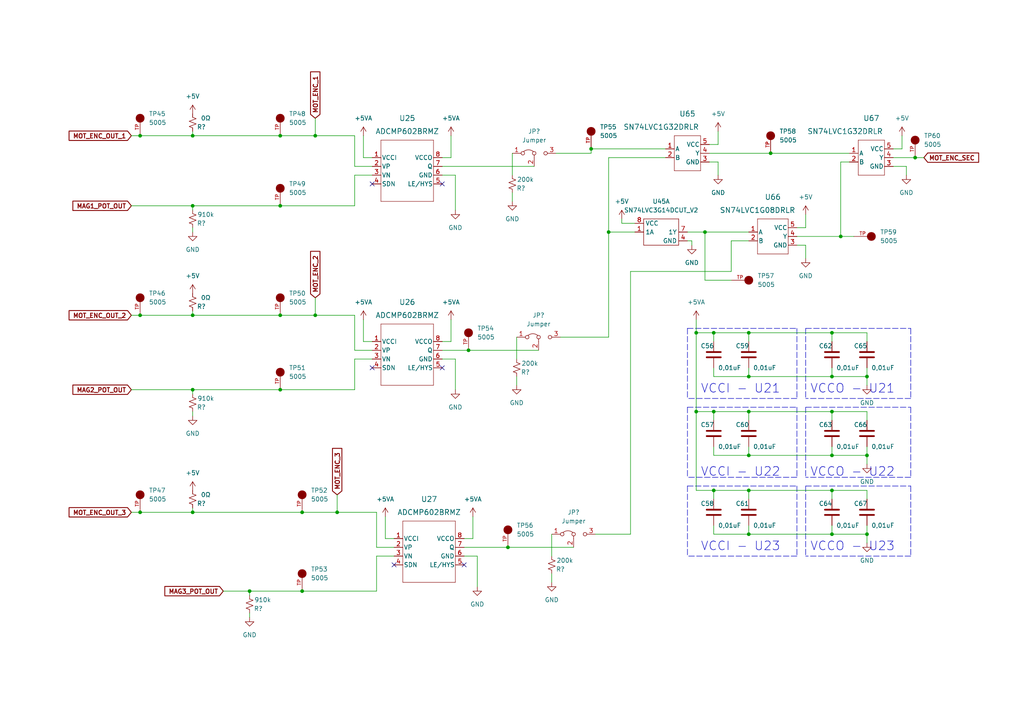
<source format=kicad_sch>
(kicad_sch (version 20211123) (generator eeschema)
  (paper "A4")
  (title_block (title "BUMBLEBEE") (date "2024-01-15") (rev "1.00") (company "ExoFlex") (comment 1 "Bumblebee"))
  (lib_symbols
    (symbol "ADCMP602BRMZ_1" (pin_names (offset 0.254))
      (property "Reference" "U" (at 8.89 6.35 0))
      (property "Value" "ADCMP602BRMZ_1" (at 16.51 -13.97 0))
      (symbol "ADCMP602BRMZ_1_1_1"
        (polyline (pts (xy 7.62 -12.7) (xy 22.86 -12.7)) (stroke (width 0.127)))
        (polyline (pts (xy 7.62 5.08) (xy 7.62 -12.7)) (stroke (width 0.127)))
        (polyline (pts (xy 22.86 -12.7) (xy 22.86 5.08)) (stroke (width 0.127)))
        (polyline (pts (xy 22.86 5.08) (xy 7.62 5.08)) (stroke (width 0.127)))
        (pin bidirectional line (at 5.08 0 0) (length 2.54) (name "VCCI") (number "1"))
        (pin input line (at 5.08 -2.54 0) (length 2.54) (name "VP") (number "2"))
        (pin input line (at 5.08 -5.08 0) (length 2.54) (name "VN") (number "3"))
        (pin unspecified line (at 5.08 -7.62 0) (length 2.54) (name "SDN") (number "4"))
        (pin unspecified line (at 25.4 -7.62 180) (length 2.45) (name "LE/HYS") (number "5"))
        (pin bidirectional line (at 25.4 -5.08 180) (length 2.54) (name "GND") (number "6"))
        (pin output line (at 25.4 -2.54 180) (length 2.54) (name "Q") (number "7"))
        (pin bidirectional line (at 25.4 0 180) (length 2.54) (name "VCCO") (number "8"))
      )
    )
    (symbol "ADCMP602BRMZ_2" (pin_names (offset 0.254))
      (property "Reference" "U" (at 8.89 6.35 0))
      (property "Value" "ADCMP602BRMZ_2" (at 16.51 -13.97 0))
      (symbol "ADCMP602BRMZ_2_1_1"
        (polyline (pts (xy 7.62 -12.7) (xy 22.86 -12.7)) (stroke (width 0.127)))
        (polyline (pts (xy 7.62 5.08) (xy 7.62 -12.7)) (stroke (width 0.127)))
        (polyline (pts (xy 22.86 -12.7) (xy 22.86 5.08)) (stroke (width 0.127)))
        (polyline (pts (xy 22.86 5.08) (xy 7.62 5.08)) (stroke (width 0.127)))
        (pin bidirectional line (at 5.08 0 0) (length 2.54) (name "VCCI") (number "1"))
        (pin input line (at 5.08 -2.54 0) (length 2.54) (name "VP") (number "2"))
        (pin input line (at 5.08 -5.08 0) (length 2.54) (name "VN") (number "3"))
        (pin unspecified line (at 5.08 -7.62 0) (length 2.54) (name "SDN") (number "4"))
        (pin unspecified line (at 25.4 -7.62 180) (length 2.45) (name "LE/HYS") (number "5"))
        (pin bidirectional line (at 25.4 -5.08 180) (length 2.54) (name "GND") (number "6"))
        (pin output line (at 25.4 -2.54 180) (length 2.54) (name "Q") (number "7"))
        (pin bidirectional line (at 25.4 0 180) (length 2.54) (name "VCCO") (number "8"))
      )
    )
    (symbol "Device:C" (pin_numbers hide) (pin_names (offset 0.254))
      (property "Reference" "C" (at 0.635 2.54 0))
      (property "Value" "C" (at 0.635 -2.54 0))
      (symbol "C_0_1"
        (polyline (pts (xy -2.032 -0.762) (xy 2.032 -0.762)) (stroke (width 0.508)))
        (polyline (pts (xy -2.032 0.762) (xy 2.032 0.762)) (stroke (width 0.508)))
      )
      (symbol "C_1_1"
        (pin passive line (at 0 3.81 270) (length 2.794) (name "~") (number "1"))
        (pin passive line (at 0 -3.81 90) (length 2.794) (name "~") (number "2"))
      )
    )
    (symbol "Device:R_Small_US" (pin_numbers hide) (pin_names (offset 0.254) hide)
      (property "Reference" "R" (at 0.762 0.508 0))
      (property "Value" "R_Small_US" (at 0.762 -1.016 0))
      (symbol "R_Small_US_1_1"
        (polyline (pts (xy 0 0) (xy 1.016 -0.381) (xy 0 -0.762) (xy -1.016 -1.143) (xy 0 -1.524)))
        (polyline (pts (xy 0 1.524) (xy 1.016 1.143) (xy 0 0.762) (xy -1.016 0.381) (xy 0 0)))
        (pin passive line (at 0 2.54 270) (length 1.016) (name "~") (number "1"))
        (pin passive line (at 0 -2.54 90) (length 1.016) (name "~") (number "2"))
      )
    )
    (symbol "Jumper:Jumper_3_Bridged12" (pin_names (offset 0) hide)
      (property "Reference" "JP" (at -2.54 -2.54 0))
      (property "Value" "Jumper_3_Bridged12" (at 0 2.794 0))
      (symbol "Jumper_3_Bridged12_0_0"
        (circle (center -3.302 0) (radius 0.508))
        (circle (center 0 0) (radius 0.508))
        (circle (center 3.302 0) (radius 0.508))
      )
      (symbol "Jumper_3_Bridged12_0_1"
        (arc (start -0.254 0.508) (mid -1.651 0.9912) (end -3.048 0.508))
        (polyline (pts (xy 0 -1.27) (xy 0 -0.508)))
      )
      (symbol "Jumper_3_Bridged12_1_1"
        (pin passive line (at -6.35 0 0) (length 2.54) (name "A") (number "1"))
        (pin passive line (at 0 -3.81 90) (length 2.54) (name "C") (number "2"))
        (pin passive line (at 6.35 0 180) (length 2.54) (name "B") (number "3"))
      )
    )
    (symbol "SymLib:5005" (pin_names (offset 1.016))
      (property "Reference" "TP" (at -2.54 2.54 0))
      (property "Value" "5005" (at -2.54 -3.81 0))
      (symbol "5005_0_0"
        (circle (center 0 0) (radius 0.635) (stroke (width 1.27)))
        (pin passive line (at -5.08 0 0) (length 5.08) (name "~") (number "TP"))
      )
    )
    (symbol "SymLib:ADCMP602BRMZ" (pin_names (offset 0.254))
      (property "Reference" "U" (at 8.89 6.35 0))
      (property "Value" "ADCMP602BRMZ" (at 16.51 -13.97 0))
      (symbol "ADCMP602BRMZ_1_1"
        (polyline (pts (xy 7.62 -12.7) (xy 22.86 -12.7)) (stroke (width 0.127)))
        (polyline (pts (xy 7.62 5.08) (xy 7.62 -12.7)) (stroke (width 0.127)))
        (polyline (pts (xy 22.86 -12.7) (xy 22.86 5.08)) (stroke (width 0.127)))
        (polyline (pts (xy 22.86 5.08) (xy 7.62 5.08)) (stroke (width 0.127)))
        (pin bidirectional line (at 5.08 0 0) (length 2.54) (name "VCCI") (number "1"))
        (pin input line (at 5.08 -2.54 0) (length 2.54) (name "VP") (number "2"))
        (pin input line (at 5.08 -5.08 0) (length 2.54) (name "VN") (number "3"))
        (pin unspecified line (at 5.08 -7.62 0) (length 2.54) (name "SDN") (number "4"))
        (pin unspecified line (at 25.4 -7.62 180) (length 2.45) (name "LE/HYS") (number "5"))
        (pin bidirectional line (at 25.4 -5.08 180) (length 2.54) (name "GND") (number "6"))
        (pin output line (at 25.4 -2.54 180) (length 2.54) (name "Q") (number "7"))
        (pin bidirectional line (at 25.4 0 180) (length 2.54) (name "VCCO") (number "8"))
      )
    )
    (symbol "SymLib:SN74LVC1G08DRLR" (pin_names (offset 0.254))
      (property "Reference" "U" (at 25.4 10.16 0))
      (property "Value" "SN74LVC1G08DRLR" (at 25.4 7.62 0))
      (symbol "SN74LVC1G08DRLR_0_1"
        (polyline (pts (xy 20.32 -7.62) (xy 29.21 -7.62)) (stroke (width 0.127)))
        (polyline (pts (xy 20.32 2.54) (xy 20.32 -7.62)) (stroke (width 0.127)))
        (polyline (pts (xy 29.21 -7.62) (xy 29.21 2.54)) (stroke (width 0.127)))
        (polyline (pts (xy 29.21 2.54) (xy 20.32 2.54)) (stroke (width 0.127)))
        (pin input line (at 17.78 -1.27 0) (length 2.54) (name "A") (number "1"))
        (pin input line (at 17.78 -3.81 0) (length 2.54) (name "B") (number "2"))
        (pin power_in line (at 31.75 -5.08 180) (length 2.54) (name "GND") (number "3"))
        (pin output line (at 31.75 -2.54 180) (length 2.54) (name "Y") (number "4"))
        (pin power_in line (at 31.75 0 180) (length 2.54) (name "VCC") (number "5"))
      )
    )
    (symbol "SymLib:SN74LVC1G32DRLR" (pin_names (offset 0.254))
      (property "Reference" "U" (at 25.4 10.16 0))
      (property "Value" "SN74LVC1G32DRLR" (at 25.4 7.62 0))
      (symbol "SN74LVC1G32DRLR_0_1"
        (polyline (pts (xy 21.59 -7.62) (xy 29.21 -7.62)) (stroke (width 0.127)))
        (polyline (pts (xy 21.59 2.54) (xy 21.59 -7.62)) (stroke (width 0.127)))
        (polyline (pts (xy 29.21 -7.62) (xy 29.21 2.54)) (stroke (width 0.127)))
        (polyline (pts (xy 29.21 2.54) (xy 21.59 2.54)) (stroke (width 0.127)))
        (pin input line (at 19.05 -1.27 0) (length 2.54) (name "A") (number "1"))
        (pin input line (at 19.05 -3.81 0) (length 2.54) (name "B") (number "2"))
        (pin power_in line (at 31.75 -5.08 180) (length 2.54) (name "GND") (number "3"))
        (pin output line (at 31.75 -2.54 180) (length 2.54) (name "Y") (number "4"))
        (pin power_in line (at 31.75 0 180) (length 2.54) (name "VCC") (number "5"))
      )
    )
    (symbol "SymLib:SN74LVC3G14DCUT_V2"
      (property "Reference" "U" (at -3.81 5.08 0))
      (property "Value" "SN74LVC3G14DCUT_V2" (at 0 -5.08 0))
      (symbol "SN74LVC3G14DCUT_V2_0_1"
        (rectangle (start -5.08 -3.81) (end 5.08 -3.81))
        (rectangle (start -5.08 3.81) (end -5.08 -3.81))
        (rectangle (start -5.08 3.81) (end 5.08 3.81))
        (rectangle (start 5.08 3.81) (end 5.08 -3.81))
      )
      (symbol "SN74LVC3G14DCUT_V2_1_1"
        (pin bidirectional line (at -7.62 0 0) (length 2.54) (name "1A") (number "1"))
        (pin bidirectional line (at 7.62 -2.54 180) (length 2.54) (name "GND") (number "4"))
        (pin output line (at 7.62 0 180) (length 2.54) (name "1Y") (number "7"))
        (pin bidirectional line (at -7.62 2.54 0) (length 2.54) (name "VCC") (number "8"))
      )
      (symbol "SN74LVC3G14DCUT_V2_2_1"
        (pin bidirectional line (at -7.62 0 0) (length 2.54) (name "2A") (number "3"))
        (pin output line (at 7.62 0 180) (length 2.54) (name "2Y") (number "5"))
      )
      (symbol "SN74LVC3G14DCUT_V2_3_1"
        (pin output line (at 7.62 0 180) (length 2.54) (name "3Y") (number "2"))
        (pin bidirectional line (at -7.62 0 0) (length 2.54) (name "3A") (number "6"))
      )
    )
    (symbol "power:+5V" (power) (pin_names (offset 0))
      (property "Value" "+5V" (at 0 3.556 0))
      (symbol "+5V_0_1"
        (polyline (pts (xy -0.762 1.27) (xy 0 2.54)))
        (polyline (pts (xy 0 0) (xy 0 2.54)))
        (polyline (pts (xy 0 2.54) (xy 0.762 1.27)))
      )
      (symbol "+5V_1_1"
        (pin power_in line (at 0 0 90) (length 0) hide (name "+5V") (number "1"))
      )
    )
    (symbol "power:+5VA" (power) (pin_names (offset 0))
      (property "Value" "+5VA" (at 0 3.556 0))
      (symbol "+5VA_0_1"
        (polyline (pts (xy -0.762 1.27) (xy 0 2.54)))
        (polyline (pts (xy 0 0) (xy 0 2.54)))
        (polyline (pts (xy 0 2.54) (xy 0.762 1.27)))
      )
      (symbol "+5VA_1_1"
        (pin power_in line (at 0 0 90) (length 0) hide (name "+5VA") (number "1"))
      )
    )
    (symbol "power:GND" (power) (pin_names (offset 0))
      (property "Value" "GND" (at 0 -3.81 0))
      (symbol "GND_0_1"
        (polyline (pts (xy 0 0) (xy 0 -1.27) (xy 1.27 -1.27) (xy 0 -2.54) (xy -1.27 -1.27) (xy 0 -1.27)))
      )
      (symbol "GND_1_1"
        (pin power_in line (at 0 0 270) (length 0) hide (name "GND") (number "1"))
      )
    )
  )
  (junction (at 251.46 154.94))
  (junction (at 217.17 154.94))
  (junction (at 91.44 39.37))
  (junction (at 207.01 96.52))
  (junction (at 204.47 67.31))
  (junction (at 40.64 39.37))
  (junction (at 40.64 91.44))
  (junction (at 251.46 109.22))
  (junction (at 176.53 67.31))
  (junction (at 55.88 148.59))
  (junction (at 217.17 119.38))
  (junction (at 241.3 142.24))
  (junction (at 207.01 142.24))
  (junction (at 201.93 119.38))
  (junction (at 265.43 45.72))
  (junction (at 241.3 109.22))
  (junction (at 55.88 39.37))
  (junction (at 81.28 91.44))
  (junction (at 241.3 154.94))
  (junction (at 97.79 148.59))
  (junction (at 251.46 132.08))
  (junction (at 217.17 96.52))
  (junction (at 87.63 171.45))
  (junction (at 241.3 132.08))
  (junction (at 72.39 171.45))
  (junction (at 217.17 109.22))
  (junction (at 223.52 44.45))
  (junction (at 171.45 43.18))
  (junction (at 40.64 148.59))
  (junction (at 91.44 91.44))
  (junction (at 81.28 39.37))
  (junction (at 217.17 142.24))
  (junction (at 135.89 101.6))
  (junction (at 81.28 59.69))
  (junction (at 55.88 59.69))
  (junction (at 55.88 91.44))
  (junction (at 217.17 132.08))
  (junction (at 207.01 119.38))
  (junction (at 81.28 113.03))
  (junction (at 241.3 119.38))
  (junction (at 87.63 148.59))
  (junction (at 55.88 113.03))
  (junction (at 243.84 68.58))
  (junction (at 147.32 158.75))
  (junction (at 241.3 96.52))
  (junction (at 201.93 96.52))
  (no_connect (at 134.62 163.83))
  (no_connect (at 107.95 53.34))
  (no_connect (at 128.27 53.34))
  (no_connect (at 114.3 163.83))
  (no_connect (at 107.95 106.68))
  (no_connect (at 128.27 106.68))
  (wire (pts (xy 182.88 78.74) (xy 182.88 154.94)))
  (wire (pts (xy 251.46 106.68) (xy 251.46 109.22)))
  (wire (pts (xy 55.88 91.44) (xy 81.28 91.44)))
  (wire (pts (xy 207.01 119.38) (xy 217.17 119.38)))
  (wire (pts (xy 233.68 62.23) (xy 233.68 66.04)))
  (wire (pts (xy 207.01 129.54) (xy 207.01 132.08)))
  (wire (pts (xy 251.46 96.52) (xy 251.46 99.06)))
  (wire (pts (xy 171.45 44.45) (xy 171.45 43.18)))
  (wire (pts (xy 176.53 67.31) (xy 184.15 67.31)))
  (wire (pts (xy 72.39 177.8) (xy 72.39 179.07)))
  (wire (pts (xy 87.63 148.59) (xy 97.79 148.59)))
  (polyline (pts (xy 231.14 95.25) (xy 231.14 115.57)))
  (wire (pts (xy 212.09 81.28) (xy 204.47 81.28)))
  (wire (pts (xy 208.28 46.99) (xy 208.28 50.8)))
  (wire (pts (xy 217.17 154.94) (xy 207.01 154.94)))
  (wire (pts (xy 241.3 142.24) (xy 251.46 142.24)))
  (wire (pts (xy 176.53 45.72) (xy 176.53 67.31)))
  (wire (pts (xy 205.74 41.91) (xy 208.28 41.91)))
  (wire (pts (xy 147.32 158.75) (xy 166.37 158.75)))
  (wire (pts (xy 204.47 67.31) (xy 217.17 67.31)))
  (wire (pts (xy 38.1 59.69) (xy 55.88 59.69)))
  (wire (pts (xy 200.66 71.12) (xy 200.66 69.85)))
  (wire (pts (xy 241.3 96.52) (xy 251.46 96.52)))
  (wire (pts (xy 199.39 67.31) (xy 204.47 67.31)))
  (wire (pts (xy 223.52 44.45) (xy 246.38 44.45)))
  (wire (pts (xy 241.3 96.52) (xy 241.3 99.06)))
  (wire (pts (xy 241.3 129.54) (xy 241.3 132.08)))
  (wire (pts (xy 111.76 156.21) (xy 111.76 149.86)))
  (wire (pts (xy 55.88 39.37) (xy 81.28 39.37)))
  (wire (pts (xy 261.62 39.37) (xy 261.62 43.18)))
  (wire (pts (xy 205.74 44.45) (xy 223.52 44.45)))
  (wire (pts (xy 217.17 132.08) (xy 207.01 132.08)))
  (wire (pts (xy 217.17 109.22) (xy 207.01 109.22)))
  (wire (pts (xy 217.17 119.38) (xy 241.3 119.38)))
  (wire (pts (xy 107.95 101.6) (xy 102.87 101.6)))
  (wire (pts (xy 205.74 46.99) (xy 208.28 46.99)))
  (wire (pts (xy 132.08 104.14) (xy 132.08 113.03)))
  (wire (pts (xy 207.01 119.38) (xy 207.01 121.92)))
  (wire (pts (xy 134.62 161.29) (xy 138.43 161.29)))
  (wire (pts (xy 217.17 96.52) (xy 241.3 96.52)))
  (wire (pts (xy 81.28 59.69) (xy 102.87 59.69)))
  (wire (pts (xy 97.79 143.51) (xy 97.79 148.59)))
  (wire (pts (xy 241.3 142.24) (xy 241.3 144.78)))
  (wire (pts (xy 55.88 147.32) (xy 55.88 148.59)))
  (polyline (pts (xy 264.16 95.25) (xy 264.16 115.57)))
  (polyline (pts (xy 233.68 118.11) (xy 233.68 138.43)))
  (wire (pts (xy 207.01 96.52) (xy 207.01 99.06)))
  (wire (pts (xy 207.01 152.4) (xy 207.01 154.94)))
  (wire (pts (xy 212.09 78.74) (xy 212.09 69.85)))
  (wire (pts (xy 107.95 99.06) (xy 105.41 99.06)))
  (wire (pts (xy 201.93 142.24) (xy 207.01 142.24)))
  (wire (pts (xy 107.95 45.72) (xy 105.41 45.72)))
  (wire (pts (xy 102.87 104.14) (xy 102.87 113.03)))
  (wire (pts (xy 217.17 96.52) (xy 217.17 99.06)))
  (polyline (pts (xy 231.14 161.29) (xy 199.39 161.29)))
  (polyline (pts (xy 231.14 118.11) (xy 231.14 138.43)))
  (wire (pts (xy 128.27 48.26) (xy 154.94 48.26)))
  (wire (pts (xy 148.59 44.45) (xy 148.59 50.8)))
  (wire (pts (xy 262.89 48.26) (xy 259.08 48.26)))
  (wire (pts (xy 217.17 132.08) (xy 241.3 132.08)))
  (wire (pts (xy 161.29 44.45) (xy 171.45 44.45)))
  (wire (pts (xy 134.62 156.21) (xy 137.16 156.21)))
  (wire (pts (xy 247.65 68.58) (xy 243.84 68.58)))
  (wire (pts (xy 134.62 158.75) (xy 147.32 158.75)))
  (wire (pts (xy 40.64 91.44) (xy 55.88 91.44)))
  (wire (pts (xy 55.88 59.69) (xy 81.28 59.69)))
  (wire (pts (xy 105.41 45.72) (xy 105.41 39.37)))
  (wire (pts (xy 251.46 109.22) (xy 251.46 111.76)))
  (wire (pts (xy 114.3 156.21) (xy 111.76 156.21)))
  (polyline (pts (xy 199.39 95.25) (xy 231.14 95.25)))
  (wire (pts (xy 243.84 46.99) (xy 246.38 46.99)))
  (wire (pts (xy 231.14 71.12) (xy 233.68 71.12)))
  (wire (pts (xy 72.39 171.45) (xy 72.39 172.72)))
  (wire (pts (xy 91.44 86.36) (xy 91.44 91.44)))
  (wire (pts (xy 64.77 171.45) (xy 72.39 171.45)))
  (wire (pts (xy 201.93 92.71) (xy 201.93 96.52)))
  (wire (pts (xy 55.88 119.38) (xy 55.88 120.65)))
  (polyline (pts (xy 231.14 140.97) (xy 231.14 161.29)))
  (polyline (pts (xy 264.16 138.43) (xy 233.68 138.43)))
  (wire (pts (xy 199.39 69.85) (xy 200.66 69.85)))
  (wire (pts (xy 130.81 92.71) (xy 130.81 99.06)))
  (wire (pts (xy 207.01 142.24) (xy 207.01 144.78)))
  (wire (pts (xy 217.17 119.38) (xy 217.17 121.92)))
  (wire (pts (xy 243.84 46.99) (xy 243.84 68.58)))
  (wire (pts (xy 40.64 39.37) (xy 55.88 39.37)))
  (wire (pts (xy 102.87 50.8) (xy 107.95 50.8)))
  (wire (pts (xy 38.1 113.03) (xy 55.88 113.03)))
  (wire (pts (xy 217.17 142.24) (xy 217.17 144.78)))
  (polyline (pts (xy 231.14 138.43) (xy 199.39 138.43)))
  (wire (pts (xy 102.87 48.26) (xy 107.95 48.26)))
  (polyline (pts (xy 264.16 115.57) (xy 233.68 115.57)))
  (wire (pts (xy 201.93 119.38) (xy 201.93 142.24)))
  (wire (pts (xy 201.93 119.38) (xy 207.01 119.38)))
  (wire (pts (xy 138.43 161.29) (xy 138.43 170.18)))
  (wire (pts (xy 102.87 59.69) (xy 102.87 50.8)))
  (polyline (pts (xy 231.14 115.57) (xy 199.39 115.57)))
  (polyline (pts (xy 264.16 113.03) (xy 264.16 113.03)))
  (wire (pts (xy 207.01 106.68) (xy 207.01 109.22)))
  (wire (pts (xy 107.95 104.14) (xy 102.87 104.14)))
  (polyline (pts (xy 264.16 118.11) (xy 264.16 138.43)))
  (wire (pts (xy 81.28 91.44) (xy 91.44 91.44)))
  (wire (pts (xy 55.88 66.04) (xy 55.88 67.31)))
  (wire (pts (xy 241.3 119.38) (xy 251.46 119.38)))
  (wire (pts (xy 55.88 59.69) (xy 55.88 60.96)))
  (polyline (pts (xy 233.68 118.11) (xy 264.16 118.11)))
  (wire (pts (xy 128.27 104.14) (xy 132.08 104.14)))
  (wire (pts (xy 160.02 166.37) (xy 160.02 168.91)))
  (wire (pts (xy 171.45 43.18) (xy 193.04 43.18)))
  (wire (pts (xy 102.87 39.37) (xy 102.87 48.26)))
  (polyline (pts (xy 233.68 95.25) (xy 233.68 115.57)))
  (polyline (pts (xy 199.39 140.97) (xy 231.14 140.97)))
  (wire (pts (xy 149.86 97.79) (xy 149.86 104.14)))
  (polyline (pts (xy 199.39 140.97) (xy 199.39 161.29)))
  (wire (pts (xy 201.93 96.52) (xy 201.93 119.38)))
  (wire (pts (xy 160.02 154.94) (xy 160.02 161.29)))
  (wire (pts (xy 176.53 45.72) (xy 193.04 45.72)))
  (wire (pts (xy 217.17 154.94) (xy 241.3 154.94)))
  (wire (pts (xy 251.46 132.08) (xy 241.3 132.08)))
  (wire (pts (xy 109.22 148.59) (xy 109.22 158.75)))
  (wire (pts (xy 208.28 38.1) (xy 208.28 41.91)))
  (wire (pts (xy 38.1 39.37) (xy 40.64 39.37)))
  (wire (pts (xy 91.44 91.44) (xy 102.87 91.44)))
  (wire (pts (xy 87.63 171.45) (xy 109.22 171.45)))
  (wire (pts (xy 251.46 109.22) (xy 241.3 109.22)))
  (wire (pts (xy 259.08 43.18) (xy 261.62 43.18)))
  (polyline (pts (xy 233.68 140.97) (xy 264.16 140.97)))
  (polyline (pts (xy 199.39 118.11) (xy 231.14 118.11)))
  (wire (pts (xy 233.68 71.12) (xy 233.68 74.93)))
  (wire (pts (xy 241.3 119.38) (xy 241.3 121.92)))
  (wire (pts (xy 251.46 129.54) (xy 251.46 132.08)))
  (wire (pts (xy 251.46 152.4) (xy 251.46 154.94)))
  (wire (pts (xy 81.28 39.37) (xy 91.44 39.37)))
  (wire (pts (xy 176.53 67.31) (xy 176.53 97.79)))
  (wire (pts (xy 149.86 109.22) (xy 149.86 111.76)))
  (wire (pts (xy 204.47 81.28) (xy 204.47 67.31)))
  (wire (pts (xy 180.34 64.77) (xy 180.34 63.5)))
  (wire (pts (xy 55.88 38.1) (xy 55.88 39.37)))
  (wire (pts (xy 132.08 50.8) (xy 132.08 60.96)))
  (wire (pts (xy 241.3 152.4) (xy 241.3 154.94)))
  (wire (pts (xy 105.41 99.06) (xy 105.41 92.71)))
  (wire (pts (xy 91.44 39.37) (xy 102.87 39.37)))
  (wire (pts (xy 217.17 142.24) (xy 241.3 142.24)))
  (wire (pts (xy 267.97 45.72) (xy 265.43 45.72)))
  (polyline (pts (xy 264.16 161.29) (xy 233.68 161.29)))
  (wire (pts (xy 148.59 55.88) (xy 148.59 58.42)))
  (wire (pts (xy 182.88 78.74) (xy 212.09 78.74)))
  (polyline (pts (xy 199.39 95.25) (xy 199.39 115.57)))
  (wire (pts (xy 38.1 91.44) (xy 40.64 91.44)))
  (wire (pts (xy 128.27 45.72) (xy 130.81 45.72)))
  (wire (pts (xy 201.93 96.52) (xy 207.01 96.52)))
  (wire (pts (xy 55.88 148.59) (xy 87.63 148.59)))
  (wire (pts (xy 265.43 45.72) (xy 259.08 45.72)))
  (wire (pts (xy 55.88 90.17) (xy 55.88 91.44)))
  (wire (pts (xy 217.17 129.54) (xy 217.17 132.08)))
  (polyline (pts (xy 199.39 118.11) (xy 199.39 138.43)))
  (wire (pts (xy 128.27 50.8) (xy 132.08 50.8)))
  (wire (pts (xy 241.3 106.68) (xy 241.3 109.22)))
  (wire (pts (xy 251.46 142.24) (xy 251.46 144.78)))
  (wire (pts (xy 38.1 148.59) (xy 40.64 148.59)))
  (wire (pts (xy 55.88 113.03) (xy 55.88 114.3)))
  (wire (pts (xy 184.15 64.77) (xy 180.34 64.77)))
  (wire (pts (xy 128.27 101.6) (xy 135.89 101.6)))
  (wire (pts (xy 207.01 142.24) (xy 217.17 142.24)))
  (wire (pts (xy 212.09 69.85) (xy 217.17 69.85)))
  (wire (pts (xy 231.14 68.58) (xy 243.84 68.58)))
  (wire (pts (xy 251.46 154.94) (xy 241.3 154.94)))
  (wire (pts (xy 182.88 154.94) (xy 172.72 154.94)))
  (wire (pts (xy 262.89 50.8) (xy 262.89 48.26)))
  (wire (pts (xy 217.17 109.22) (xy 241.3 109.22)))
  (wire (pts (xy 251.46 119.38) (xy 251.46 121.92)))
  (wire (pts (xy 207.01 96.52) (xy 217.17 96.52)))
  (polyline (pts (xy 264.16 140.97) (xy 264.16 161.29)))
  (wire (pts (xy 81.28 113.03) (xy 102.87 113.03)))
  (polyline (pts (xy 233.68 140.97) (xy 233.68 161.29)))
  (wire (pts (xy 137.16 149.86) (xy 137.16 156.21)))
  (wire (pts (xy 128.27 99.06) (xy 130.81 99.06)))
  (wire (pts (xy 91.44 34.29) (xy 91.44 39.37)))
  (wire (pts (xy 109.22 158.75) (xy 114.3 158.75)))
  (wire (pts (xy 109.22 161.29) (xy 114.3 161.29)))
  (wire (pts (xy 130.81 39.37) (xy 130.81 45.72)))
  (wire (pts (xy 217.17 106.68) (xy 217.17 109.22)))
  (wire (pts (xy 72.39 171.45) (xy 87.63 171.45)))
  (wire (pts (xy 40.64 148.59) (xy 55.88 148.59)))
  (wire (pts (xy 176.53 97.79) (xy 162.56 97.79)))
  (wire (pts (xy 55.88 113.03) (xy 81.28 113.03)))
  (wire (pts (xy 97.79 148.59) (xy 109.22 148.59)))
  (wire (pts (xy 251.46 154.94) (xy 251.46 157.48)))
  (polyline (pts (xy 233.68 95.25) (xy 264.16 95.25)))
  (wire (pts (xy 102.87 101.6) (xy 102.87 91.44)))
  (wire (pts (xy 231.14 66.04) (xy 233.68 66.04)))
  (wire (pts (xy 135.89 101.6) (xy 156.21 101.6)))
  (wire (pts (xy 251.46 132.08) (xy 251.46 134.62)))
  (wire (pts (xy 109.22 171.45) (xy 109.22 161.29)))
  (wire (pts (xy 217.17 152.4) (xy 217.17 154.94)))
  (text "VCCI - U21" (at 203.2 114.3 0) (effects (font (size 2.54 2.54)) (justify left bottom)))
  (text "VCCO - U21" (at 234.95 114.3 0) (effects (font (size 2.54 2.54)) (justify left bottom)))
  (text "VCCI - U22" (at 203.2 138.43 0) (effects (font (size 2.54 2.54)) (justify left bottom)))
  (text "VCCO - U22" (at 234.95 138.43 0) (effects (font (size 2.54 2.54)) (justify left bottom)))
  (text "VCCI - U23" (at 203.2 160.02 0) (effects (font (size 2.54 2.54)) (justify left bottom)))
  (text "VCCO - U23" (at 234.95 160.02 0) (effects (font (size 2.54 2.54)) (justify left bottom)))
  (global_label "MAG3_POT_OUT" (shape input) (at 64.77 171.45 180) (effects (font (thickness 0.254) bold)) (property "Intersheet References" "${INTERSHEET_REFS}" (effects hide)))
  (global_label "MOT_ENC_SEC" (shape input) (at 267.97 45.72 0) (effects (font bold)) (property "Intersheet References" "${INTERSHEET_REFS}" (effects hide)))
  (global_label "MAG2_POT_OUT" (shape input) (at 38.1 113.03 180) (effects (font (thickness 0.254) bold)) (property "Intersheet References" "${INTERSHEET_REFS}" (effects hide)))
  (global_label "MOT_ENC_1" (shape input) (at 91.44 34.29 90) (effects (font bold)) (property "Intersheet References" "${INTERSHEET_REFS}" (effects hide)))
  (global_label "MOT_ENC_2" (shape input) (at 91.44 86.36 90) (effects (font bold)) (property "Intersheet References" "${INTERSHEET_REFS}" (effects hide)))
  (global_label "MOT_ENC_OUT_2" (shape input) (at 38.1 91.44 180) (effects (font (thickness 0.254) bold)) (property "Intersheet References" "${INTERSHEET_REFS}" (effects hide)))
  (global_label "MOT_ENC_OUT_3" (shape input) (at 38.1 148.59 180) (effects (font (thickness 0.254) bold)) (property "Intersheet References" "${INTERSHEET_REFS}" (effects hide)))
  (global_label "MAG1_POT_OUT" (shape input) (at 38.1 59.69 180) (effects (font (thickness 0.254) bold)) (property "Intersheet References" "${INTERSHEET_REFS}" (effects hide)))
  (global_label "MOT_ENC_3" (shape input) (at 97.79 143.51 90) (effects (font bold)) (property "Intersheet References" "${INTERSHEET_REFS}" (effects hide)))
  (global_label "MOT_ENC_OUT_1" (shape input) (at 38.1 39.37 180) (effects (font (thickness 0.254) bold)) (property "Intersheet References" "${INTERSHEET_REFS}" (effects hide)))
  (symbol (lib_id "SymLib:5005") (at 87.63 166.37 90) (unit 1)
    (property "Reference" "TP53" (at 90.17 165.0999 90) (effects (justify right)))
    (property "Value" "5005" (at 90.17 167.6399 90) (effects (justify right)))
    (property "Footprint" "FootPrint:KEYSTONE_5005" (effects hide))
    (property "MF" "Keystone Electronics" (effects hide))
    (property "DESCRIPTION" "Compact THM Test Point -Red" (effects hide))
    (property "PACKAGE" "NON STANDARD-1 Keystone" (effects hide))
    (property "PRICE" "None" (effects hide))
    (property "MP" "5005" (effects hide))
    (property "AVAILABILITY" "In Stock" (effects hide))
    (property "PURCHASE-URL" "https://pricing.snapeda.com/search/part/5005/?ref=eda" (effects hide))
  )
  (symbol (lib_id "SymLib:5005") (at 217.17 81.28 0) (unit 1)
    (property "Reference" "TP57" (at 219.71 80.0099 0) (effects (justify left)))
    (property "Value" "5005" (at 219.71 82.5499 0) (effects (justify left)))
    (property "Footprint" "FootPrint:KEYSTONE_5005" (effects hide))
    (property "MF" "Keystone Electronics" (effects hide))
    (property "DESCRIPTION" "Compact THM Test Point -Red" (effects hide))
    (property "PACKAGE" "NON STANDARD-1 Keystone" (effects hide))
    (property "PRICE" "None" (effects hide))
    (property "MP" "5005" (effects hide))
    (property "AVAILABILITY" "In Stock" (effects hide))
    (property "PURCHASE-URL" "https://pricing.snapeda.com/search/part/5005/?ref=eda" (effects hide))
  )
  (symbol (lib_id "SymLib:SN74LVC1G32DRLR") (at 227.33 43.18 0) (unit 1)
    (property "Reference" "U67" (at 252.73 34.29 0) (effects (font (size 1.524 1.524))))
    (property "Value" "SN74LVC1G32DRLR" (at 245.11 38.1 0) (effects (font (size 1.524 1.524))))
    (property "Footprint" "FootPrint:DRL5" (effects hide))
    (property "Datasheet" "SN74LVC1G32DRLR" (effects hide))
  )
  (symbol (lib_id "Device:C") (at 207.01 148.59 0) (unit 1)
    (property "Reference" "C58" (at 203.2 146.05 0) (effects (justify left)))
    (property "Value" "0,01uF" (at 208.28 152.4 0) (effects (justify left)))
    (property "Footprint" "Capacitor_SMD:C_0603_1608Metric" (effects hide))
  )
  (symbol (lib_id "Device:C") (at 217.17 148.59 0) (unit 1)
    (property "Reference" "C61" (at 213.36 146.05 0) (effects (justify left)))
    (property "Value" "0,01uF" (at 218.44 152.4 0) (effects (justify left)))
    (property "Footprint" "Capacitor_SMD:C_0603_1608Metric" (effects hide))
  )
  (symbol (lib_id "power:GND") (at 208.28 50.8 0) (unit 1)
    (property "Reference" "#PWR0315" (effects hide))
    (property "Value" "GND" (at 208.28 55.88 0))
  )
  (symbol (lib_id "SymLib:5005") (at 81.28 86.36 90) (unit 1)
    (property "Reference" "TP50" (at 83.82 85.0899 90) (effects (justify right)))
    (property "Value" "5005" (at 83.82 87.6299 90) (effects (justify right)))
    (property "Footprint" "FootPrint:KEYSTONE_5005" (effects hide))
    (property "MF" "Keystone Electronics" (effects hide))
    (property "DESCRIPTION" "Compact THM Test Point -Red" (effects hide))
    (property "PACKAGE" "NON STANDARD-1 Keystone" (effects hide))
    (property "PRICE" "None" (effects hide))
    (property "MP" "5005" (effects hide))
    (property "AVAILABILITY" "In Stock" (effects hide))
    (property "PURCHASE-URL" "https://pricing.snapeda.com/search/part/5005/?ref=eda" (effects hide))
  )
  (symbol (lib_id "power:+5V") (at 233.68 62.23 0) (unit 1)
    (property "Reference" "#PWR0316" (effects hide))
    (property "Value" "+5V" (at 233.68 57.15 0))
  )
  (symbol (lib_id "Device:R_Small_US") (at 72.39 175.26 0) (unit 1)
    (property "Reference" "R?" (at 74.93 176.53 0))
    (property "Value" "910k" (at 76.2 173.99 0))
    (property "Footprint" "Resistor_SMD:R_1206_3216Metric_Pad1.30x1.75mm_HandSolder" (effects hide))
  )
  (symbol (lib_id "power:+5VA") (at 137.16 149.86 0) (unit 1)
    (property "Reference" "#PWR0113" (effects hide))
    (property "Value" "+5VA" (at 137.16 144.78 0))
  )
  (symbol (lib_id "power:GND") (at 251.46 111.76 0) (unit 1)
    (property "Reference" "#PWR0124" (effects hide))
    (property "Value" "GND" (at 251.46 116.84 0))
  )
  (symbol (lib_name "ADCMP602BRMZ_2") (lib_id "SymLib:ADCMP602BRMZ") (at 102.87 45.72 0) (unit 1)
    (property "Reference" "U25" (at 118.1232 34.29 0) (effects (font (size 1.524 1.524))))
    (property "Value" "ADCMP602BRMZ" (at 118.1232 38.1 0) (effects (font (size 1.524 1.524))))
    (property "Footprint" "FootPrint:ADCMP602BRMZ" (effects hide))
    (property "Datasheet" "ADCMP602BRMZ" (effects hide))
  )
  (symbol (lib_id "power:GND") (at 132.08 60.96 0) (unit 1)
    (property "Reference" "#PWR0114" (effects hide))
    (property "Value" "GND" (at 132.08 66.04 0))
  )
  (symbol (lib_id "power:+5VA") (at 201.93 92.71 0) (unit 1)
    (property "Reference" "#PWR0120" (effects hide))
    (property "Value" "+5VA" (at 201.93 87.63 0))
  )
  (symbol (lib_id "SymLib:5005") (at 40.64 143.51 90) (unit 1)
    (property "Reference" "TP47" (at 43.18 142.2399 90) (effects (justify right)))
    (property "Value" "5005" (at 43.18 144.7799 90) (effects (justify right)))
    (property "Footprint" "FootPrint:KEYSTONE_5005" (effects hide))
    (property "MF" "Keystone Electronics" (effects hide))
    (property "DESCRIPTION" "Compact THM Test Point -Red" (effects hide))
    (property "PACKAGE" "NON STANDARD-1 Keystone" (effects hide))
    (property "PRICE" "None" (effects hide))
    (property "MP" "5005" (effects hide))
    (property "AVAILABILITY" "In Stock" (effects hide))
    (property "PURCHASE-URL" "https://pricing.snapeda.com/search/part/5005/?ref=eda" (effects hide))
  )
  (symbol (lib_id "power:GND") (at 200.66 71.12 0) (unit 1)
    (property "Reference" "#PWR0279" (effects hide))
    (property "Value" "GND" (at 200.66 76.2 0))
  )
  (symbol (lib_id "power:+5VA") (at 105.41 92.71 0) (unit 1)
    (property "Reference" "#PWR0109" (effects hide))
    (property "Value" "+5VA" (at 105.41 87.63 0))
  )
  (symbol (lib_id "Device:R_Small_US") (at 55.88 63.5 0) (unit 1)
    (property "Reference" "R?" (at 58.42 64.77 0))
    (property "Value" "910k" (at 59.69 62.23 0))
    (property "Footprint" "Resistor_SMD:R_1206_3216Metric_Pad1.30x1.75mm_HandSolder" (effects hide))
  )
  (symbol (lib_id "power:+5VA") (at 130.81 92.71 0) (unit 1)
    (property "Reference" "#PWR0112" (effects hide))
    (property "Value" "+5VA" (at 130.81 87.63 0))
  )
  (symbol (lib_id "power:+5V") (at 55.88 33.02 0) (unit 1)
    (property "Reference" "#PWR?" (effects hide))
    (property "Value" "+5V" (at 55.88 27.94 0))
  )
  (symbol (lib_id "power:GND") (at 72.39 179.07 0) (unit 1)
    (property "Reference" "#PWR?" (effects hide))
    (property "Value" "GND" (at 72.39 184.15 0))
  )
  (symbol (lib_id "power:GND") (at 262.89 50.8 0) (unit 1)
    (property "Reference" "#PWR0319" (effects hide))
    (property "Value" "GND" (at 262.89 55.88 0))
  )
  (symbol (lib_id "SymLib:5005") (at 40.64 86.36 90) (unit 1)
    (property "Reference" "TP46" (at 43.18 85.0899 90) (effects (justify right)))
    (property "Value" "5005" (at 43.18 87.6299 90) (effects (justify right)))
    (property "Footprint" "FootPrint:KEYSTONE_5005" (effects hide))
    (property "MF" "Keystone Electronics" (effects hide))
    (property "DESCRIPTION" "Compact THM Test Point -Red" (effects hide))
    (property "PACKAGE" "NON STANDARD-1 Keystone" (effects hide))
    (property "PRICE" "None" (effects hide))
    (property "MP" "5005" (effects hide))
    (property "AVAILABILITY" "In Stock" (effects hide))
    (property "PURCHASE-URL" "https://pricing.snapeda.com/search/part/5005/?ref=eda" (effects hide))
  )
  (symbol (lib_id "SymLib:5005") (at 147.32 153.67 90) (unit 1)
    (property "Reference" "TP56" (at 149.86 152.3999 90) (effects (justify right)))
    (property "Value" "5005" (at 149.86 154.9399 90) (effects (justify right)))
    (property "Footprint" "FootPrint:KEYSTONE_5005" (effects hide))
    (property "MF" "Keystone Electronics" (effects hide))
    (property "DESCRIPTION" "Compact THM Test Point -Red" (effects hide))
    (property "PACKAGE" "NON STANDARD-1 Keystone" (effects hide))
    (property "PRICE" "None" (effects hide))
    (property "MP" "5005" (effects hide))
    (property "AVAILABILITY" "In Stock" (effects hide))
    (property "PURCHASE-URL" "https://pricing.snapeda.com/search/part/5005/?ref=eda" (effects hide))
  )
  (symbol (lib_id "Jumper:Jumper_3_Bridged12") (at 154.94 44.45 0) (unit 1)
    (property "Reference" "JP?" (at 154.94 38.1 0))
    (property "Value" "Jumper" (at 154.94 40.64 0))
    (property "Footprint" "Connector_PinHeader_2.54mm:PinHeader_1x03_P2.54mm_Vertical" (effects hide))
  )
  (symbol (lib_id "SymLib:5005") (at 171.45 38.1 90) (unit 1)
    (property "Reference" "TP55" (at 173.99 36.8299 90) (effects (justify right)))
    (property "Value" "5005" (at 173.99 39.3699 90) (effects (justify right)))
    (property "Footprint" "FootPrint:KEYSTONE_5005" (effects hide))
    (property "MF" "Keystone Electronics" (effects hide))
    (property "DESCRIPTION" "Compact THM Test Point -Red" (effects hide))
    (property "PACKAGE" "NON STANDARD-1 Keystone" (effects hide))
    (property "PRICE" "None" (effects hide))
    (property "MP" "5005" (effects hide))
    (property "AVAILABILITY" "In Stock" (effects hide))
    (property "PURCHASE-URL" "https://pricing.snapeda.com/search/part/5005/?ref=eda" (effects hide))
  )
  (symbol (lib_id "power:GND") (at 160.02 168.91 0) (unit 1)
    (property "Reference" "#PWR?" (effects hide))
    (property "Value" "GND" (at 160.02 173.99 0))
  )
  (symbol (lib_id "Device:C") (at 251.46 102.87 0) (unit 1)
    (property "Reference" "C65" (at 247.65 100.33 0) (effects (justify left)))
    (property "Value" "0,01uF" (at 252.73 106.68 0) (effects (justify left)))
    (property "Footprint" "Capacitor_SMD:C_0603_1608Metric" (effects hide))
  )
  (symbol (lib_id "power:GND") (at 233.68 74.93 0) (unit 1)
    (property "Reference" "#PWR0317" (effects hide))
    (property "Value" "GND" (at 233.68 80.01 0))
  )
  (symbol (lib_id "SymLib:5005") (at 81.28 34.29 90) (unit 1)
    (property "Reference" "TP48" (at 83.82 33.0199 90) (effects (justify right)))
    (property "Value" "5005" (at 83.82 35.5599 90) (effects (justify right)))
    (property "Footprint" "FootPrint:KEYSTONE_5005" (effects hide))
    (property "MF" "Keystone Electronics" (effects hide))
    (property "DESCRIPTION" "Compact THM Test Point -Red" (effects hide))
    (property "PACKAGE" "NON STANDARD-1 Keystone" (effects hide))
    (property "PRICE" "None" (effects hide))
    (property "MP" "5005" (effects hide))
    (property "AVAILABILITY" "In Stock" (effects hide))
    (property "PURCHASE-URL" "https://pricing.snapeda.com/search/part/5005/?ref=eda" (effects hide))
  )
  (symbol (lib_id "SymLib:SN74LVC1G32DRLR") (at 173.99 41.91 0) (unit 1)
    (property "Reference" "U65" (at 199.39 33.02 0) (effects (font (size 1.524 1.524))))
    (property "Value" "SN74LVC1G32DRLR" (at 191.77 36.83 0) (effects (font (size 1.524 1.524))))
    (property "Footprint" "FootPrint:DRL5" (effects hide))
    (property "Datasheet" "SN74LVC1G32DRLR" (effects hide))
  )
  (symbol (lib_id "Device:R_Small_US") (at 149.86 106.68 0) (unit 1)
    (property "Reference" "R?" (at 152.4 107.95 0))
    (property "Value" "200k" (at 153.67 105.41 0))
    (property "Footprint" "Resistor_SMD:R_0603_1608Metric" (effects hide))
  )
  (symbol (lib_id "power:+5VA") (at 130.81 39.37 0) (unit 1)
    (property "Reference" "#PWR0111" (effects hide))
    (property "Value" "+5VA" (at 130.81 34.29 0))
  )
  (symbol (lib_id "power:GND") (at 55.88 67.31 0) (unit 1)
    (property "Reference" "#PWR?" (effects hide))
    (property "Value" "GND" (at 55.88 72.39 0))
  )
  (symbol (lib_id "power:+5V") (at 261.62 39.37 0) (unit 1)
    (property "Reference" "#PWR0318" (effects hide))
    (property "Value" "+5V" (at 261.62 34.29 0))
  )
  (symbol (lib_id "Device:R_Small_US") (at 55.88 116.84 0) (unit 1)
    (property "Reference" "R?" (at 58.42 118.11 0))
    (property "Value" "910k" (at 59.69 115.57 0))
    (property "Footprint" "Resistor_SMD:R_1206_3216Metric_Pad1.30x1.75mm_HandSolder" (effects hide))
  )
  (symbol (lib_id "power:+5V") (at 55.88 142.24 0) (unit 1)
    (property "Reference" "#PWR?" (effects hide))
    (property "Value" "+5V" (at 55.88 137.16 0))
  )
  (symbol (lib_id "Device:C") (at 217.17 125.73 0) (unit 1)
    (property "Reference" "C60" (at 213.36 123.19 0) (effects (justify left)))
    (property "Value" "0,01uF" (at 218.44 129.54 0) (effects (justify left)))
    (property "Footprint" "Capacitor_SMD:C_0603_1608Metric" (effects hide))
  )
  (symbol (lib_id "SymLib:5005") (at 81.28 54.61 90) (unit 1)
    (property "Reference" "TP49" (at 83.82 53.3399 90) (effects (justify right)))
    (property "Value" "5005" (at 83.82 55.8799 90) (effects (justify right)))
    (property "Footprint" "FootPrint:KEYSTONE_5005" (effects hide))
    (property "MF" "Keystone Electronics" (effects hide))
    (property "DESCRIPTION" "Compact THM Test Point -Red" (effects hide))
    (property "PACKAGE" "NON STANDARD-1 Keystone" (effects hide))
    (property "PRICE" "None" (effects hide))
    (property "MP" "5005" (effects hide))
    (property "AVAILABILITY" "In Stock" (effects hide))
    (property "PURCHASE-URL" "https://pricing.snapeda.com/search/part/5005/?ref=eda" (effects hide))
  )
  (symbol (lib_id "power:GND") (at 138.43 170.18 0) (unit 1)
    (property "Reference" "#PWR0116" (effects hide))
    (property "Value" "GND" (at 138.43 175.26 0))
  )
  (symbol (lib_id "power:GND") (at 251.46 157.48 0) (unit 1)
    (property "Reference" "#PWR0126" (effects hide))
    (property "Value" "GND" (at 251.46 162.56 0))
  )
  (symbol (lib_id "power:GND") (at 149.86 111.76 0) (unit 1)
    (property "Reference" "#PWR?" (effects hide))
    (property "Value" "GND" (at 149.86 116.84 0))
  )
  (symbol (lib_id "Device:C") (at 241.3 125.73 0) (unit 1)
    (property "Reference" "C63" (at 237.49 123.19 0) (effects (justify left)))
    (property "Value" "0,01uF" (at 242.57 129.54 0) (effects (justify left)))
    (property "Footprint" "Capacitor_SMD:C_0603_1608Metric" (effects hide))
  )
  (symbol (lib_id "power:+5V") (at 55.88 85.09 0) (unit 1)
    (property "Reference" "#PWR?" (effects hide))
    (property "Value" "+5V" (at 55.88 80.01 0))
  )
  (symbol (lib_id "power:+5VA") (at 105.41 39.37 0) (unit 1)
    (property "Reference" "#PWR0108" (effects hide))
    (property "Value" "+5VA" (at 105.41 34.29 0))
  )
  (symbol (lib_id "power:+5VA") (at 111.76 149.86 0) (unit 1)
    (property "Reference" "#PWR0110" (effects hide))
    (property "Value" "+5VA" (at 111.76 144.78 0))
  )
  (symbol (lib_id "SymLib:5005") (at 252.73 68.58 0) (unit 1)
    (property "Reference" "TP59" (at 255.27 67.3099 0) (effects (justify left)))
    (property "Value" "5005" (at 255.27 69.8499 0) (effects (justify left)))
    (property "Footprint" "FootPrint:KEYSTONE_5005" (effects hide))
    (property "MF" "Keystone Electronics" (effects hide))
    (property "DESCRIPTION" "Compact THM Test Point -Red" (effects hide))
    (property "PACKAGE" "NON STANDARD-1 Keystone" (effects hide))
    (property "PRICE" "None" (effects hide))
    (property "MP" "5005" (effects hide))
    (property "AVAILABILITY" "In Stock" (effects hide))
    (property "PURCHASE-URL" "https://pricing.snapeda.com/search/part/5005/?ref=eda" (effects hide))
  )
  (symbol (lib_id "Device:C") (at 207.01 125.73 0) (unit 1)
    (property "Reference" "C57" (at 203.2 123.19 0) (effects (justify left)))
    (property "Value" "0,01uF" (at 208.28 129.54 0) (effects (justify left)))
    (property "Footprint" "Capacitor_SMD:C_0603_1608Metric" (effects hide))
  )
  (symbol (lib_id "SymLib:SN74LVC3G14DCUT_V2") (at 191.77 67.31 0) (unit 1)
    (property "Reference" "U45" (at 191.77 58.42 0))
    (property "Value" "SN74LVC3G14DCUT_V2" (at 191.77 60.96 0))
    (property "Footprint" "FootPrint:SN74LVC3G14DCUT" (effects hide))
  )
  (symbol (lib_id "SymLib:ADCMP602BRMZ") (at 102.87 99.06 0) (unit 1)
    (property "Reference" "U26" (at 118.1232 87.63 0) (effects (font (size 1.524 1.524))))
    (property "Value" "ADCMP602BRMZ" (at 118.1232 91.44 0) (effects (font (size 1.524 1.524))))
    (property "Footprint" "FootPrint:ADCMP602BRMZ" (effects hide))
    (property "Datasheet" "ADCMP602BRMZ" (effects hide))
  )
  (symbol (lib_id "SymLib:5005") (at 81.28 107.95 90) (unit 1)
    (property "Reference" "TP51" (at 83.82 106.6799 90) (effects (justify right)))
    (property "Value" "5005" (at 83.82 109.2199 90) (effects (justify right)))
    (property "Footprint" "FootPrint:KEYSTONE_5005" (effects hide))
    (property "MF" "Keystone Electronics" (effects hide))
    (property "DESCRIPTION" "Compact THM Test Point -Red" (effects hide))
    (property "PACKAGE" "NON STANDARD-1 Keystone" (effects hide))
    (property "PRICE" "None" (effects hide))
    (property "MP" "5005" (effects hide))
    (property "AVAILABILITY" "In Stock" (effects hide))
    (property "PURCHASE-URL" "https://pricing.snapeda.com/search/part/5005/?ref=eda" (effects hide))
  )
  (symbol (lib_id "Device:R_Small_US") (at 160.02 163.83 0) (unit 1)
    (property "Reference" "R?" (at 162.56 165.1 0))
    (property "Value" "200k" (at 163.83 162.56 0))
    (property "Footprint" "Resistor_SMD:R_0603_1608Metric" (effects hide))
  )
  (symbol (lib_name "ADCMP602BRMZ_1") (lib_id "SymLib:ADCMP602BRMZ") (at 109.22 156.21 0) (unit 1)
    (property "Reference" "U27" (at 124.4732 144.78 0) (effects (font (size 1.524 1.524))))
    (property "Value" "ADCMP602BRMZ" (at 124.4732 148.59 0) (effects (font (size 1.524 1.524))))
    (property "Footprint" "FootPrint:ADCMP602BRMZ" (effects hide))
    (property "Datasheet" "ADCMP602BRMZ" (effects hide))
  )
  (symbol (lib_id "Device:R_Small_US") (at 55.88 87.63 0) (unit 1)
    (property "Reference" "R?" (at 58.42 88.9 0))
    (property "Value" "0Ω" (at 59.69 86.36 0))
    (property "Footprint" "Resistor_SMD:R_1206_3216Metric_Pad1.30x1.75mm_HandSolder" (effects hide))
  )
  (symbol (lib_id "power:GND") (at 251.46 134.62 0) (unit 1)
    (property "Reference" "#PWR0125" (effects hide))
    (property "Value" "GND" (at 251.46 139.7 0))
  )
  (symbol (lib_id "power:GND") (at 148.59 58.42 0) (unit 1)
    (property "Reference" "#PWR?" (effects hide))
    (property "Value" "GND" (at 148.59 63.5 0))
  )
  (symbol (lib_id "Device:C") (at 251.46 125.73 0) (unit 1)
    (property "Reference" "C66" (at 247.65 123.19 0) (effects (justify left)))
    (property "Value" "0,01uF" (at 252.73 129.54 0) (effects (justify left)))
    (property "Footprint" "Capacitor_SMD:C_0603_1608Metric" (effects hide))
  )
  (symbol (lib_id "power:GND") (at 55.88 120.65 0) (unit 1)
    (property "Reference" "#PWR?" (effects hide))
    (property "Value" "GND" (at 55.88 125.73 0))
  )
  (symbol (lib_id "Device:C") (at 207.01 102.87 0) (unit 1)
    (property "Reference" "C56" (at 203.2 100.33 0) (effects (justify left)))
    (property "Value" "0,01uF" (at 208.28 106.68 0) (effects (justify left)))
    (property "Footprint" "Capacitor_SMD:C_0603_1608Metric" (effects hide))
  )
  (symbol (lib_id "Jumper:Jumper_3_Bridged12") (at 156.21 97.79 0) (unit 1)
    (property "Reference" "JP?" (at 156.21 91.44 0))
    (property "Value" "Jumper" (at 156.21 93.98 0))
    (property "Footprint" "Connector_PinHeader_2.54mm:PinHeader_1x03_P2.54mm_Vertical" (effects hide))
  )
  (symbol (lib_id "Device:R_Small_US") (at 55.88 144.78 0) (unit 1)
    (property "Reference" "R?" (at 58.42 146.05 0))
    (property "Value" "0Ω" (at 59.69 143.51 0))
    (property "Footprint" "Resistor_SMD:R_1206_3216Metric_Pad1.30x1.75mm_HandSolder" (effects hide))
  )
  (symbol (lib_id "power:GND") (at 132.08 113.03 0) (unit 1)
    (property "Reference" "#PWR0115" (effects hide))
    (property "Value" "GND" (at 132.08 118.11 0))
  )
  (symbol (lib_id "Device:C") (at 241.3 102.87 0) (unit 1)
    (property "Reference" "C62" (at 237.49 100.33 0) (effects (justify left)))
    (property "Value" "0,01uF" (at 242.57 106.68 0) (effects (justify left)))
    (property "Footprint" "Capacitor_SMD:C_0603_1608Metric" (effects hide))
  )
  (symbol (lib_id "power:+5V") (at 208.28 38.1 0) (unit 1)
    (property "Reference" "#PWR0314" (effects hide))
    (property "Value" "+5V" (at 208.28 33.02 0))
  )
  (symbol (lib_id "Device:R_Small_US") (at 55.88 35.56 0) (unit 1)
    (property "Reference" "R?" (at 58.42 36.83 0))
    (property "Value" "0Ω" (at 59.69 34.29 0))
    (property "Footprint" "Resistor_SMD:R_1206_3216Metric_Pad1.30x1.75mm_HandSolder" (effects hide))
  )
  (symbol (lib_id "Device:C") (at 251.46 148.59 0) (unit 1)
    (property "Reference" "C67" (at 247.65 146.05 0) (effects (justify left)))
    (property "Value" "0,01uF" (at 252.73 152.4 0) (effects (justify left)))
    (property "Footprint" "Capacitor_SMD:C_0603_1608Metric" (effects hide))
  )
  (symbol (lib_id "SymLib:5005") (at 87.63 143.51 90) (unit 1)
    (property "Reference" "TP52" (at 90.17 142.2399 90) (effects (justify right)))
    (property "Value" "5005" (at 90.17 144.7799 90) (effects (justify right)))
    (property "Footprint" "FootPrint:KEYSTONE_5005" (effects hide))
    (property "MF" "Keystone Electronics" (effects hide))
    (property "DESCRIPTION" "Compact THM Test Point -Red" (effects hide))
    (property "PACKAGE" "NON STANDARD-1 Keystone" (effects hide))
    (property "PRICE" "None" (effects hide))
    (property "MP" "5005" (effects hide))
    (property "AVAILABILITY" "In Stock" (effects hide))
    (property "PURCHASE-URL" "https://pricing.snapeda.com/search/part/5005/?ref=eda" (effects hide))
  )
  (symbol (lib_id "Device:R_Small_US") (at 148.59 53.34 0) (unit 1)
    (property "Reference" "R?" (at 151.13 54.61 0))
    (property "Value" "200k" (at 152.4 52.07 0))
    (property "Footprint" "Resistor_SMD:R_0603_1608Metric" (effects hide))
  )
  (symbol (lib_id "SymLib:5005") (at 223.52 39.37 90) (unit 1)
    (property "Reference" "TP58" (at 226.06 38.0999 90) (effects (justify right)))
    (property "Value" "5005" (at 226.06 40.6399 90) (effects (justify right)))
    (property "Footprint" "FootPrint:KEYSTONE_5005" (effects hide))
    (property "MF" "Keystone Electronics" (effects hide))
    (property "DESCRIPTION" "Compact THM Test Point -Red" (effects hide))
    (property "PACKAGE" "NON STANDARD-1 Keystone" (effects hide))
    (property "PRICE" "None" (effects hide))
    (property "MP" "5005" (effects hide))
    (property "AVAILABILITY" "In Stock" (effects hide))
    (property "PURCHASE-URL" "https://pricing.snapeda.com/search/part/5005/?ref=eda" (effects hide))
  )
  (symbol (lib_id "SymLib:5005") (at 40.64 34.29 90) (unit 1)
    (property "Reference" "TP45" (at 43.18 33.0199 90) (effects (justify right)))
    (property "Value" "5005" (at 43.18 35.5599 90) (effects (justify right)))
    (property "Footprint" "FootPrint:KEYSTONE_5005" (effects hide))
    (property "MF" "Keystone Electronics" (effects hide))
    (property "DESCRIPTION" "Compact THM Test Point -Red" (effects hide))
    (property "PACKAGE" "NON STANDARD-1 Keystone" (effects hide))
    (property "PRICE" "None" (effects hide))
    (property "MP" "5005" (effects hide))
    (property "AVAILABILITY" "In Stock" (effects hide))
    (property "PURCHASE-URL" "https://pricing.snapeda.com/search/part/5005/?ref=eda" (effects hide))
  )
  (symbol (lib_id "SymLib:5005") (at 135.89 96.52 90) (unit 1)
    (property "Reference" "TP54" (at 138.43 95.2499 90) (effects (justify right)))
    (property "Value" "5005" (at 138.43 97.7899 90) (effects (justify right)))
    (property "Footprint" "FootPrint:KEYSTONE_5005" (effects hide))
    (property "MF" "Keystone Electronics" (effects hide))
    (property "DESCRIPTION" "Compact THM Test Point -Red" (effects hide))
    (property "PACKAGE" "NON STANDARD-1 Keystone" (effects hide))
    (property "PRICE" "None" (effects hide))
    (property "MP" "5005" (effects hide))
    (property "AVAILABILITY" "In Stock" (effects hide))
    (property "PURCHASE-URL" "https://pricing.snapeda.com/search/part/5005/?ref=eda" (effects hide))
  )
  (symbol (lib_id "Jumper:Jumper_3_Bridged12") (at 166.37 154.94 0) (unit 1)
    (property "Reference" "JP?" (at 166.37 148.59 0))
    (property "Value" "Jumper" (at 166.37 151.13 0))
    (property "Footprint" "Connector_PinHeader_2.54mm:PinHeader_1x03_P2.54mm_Vertical" (effects hide))
  )
  (symbol (lib_id "Device:C") (at 241.3 148.59 0) (unit 1)
    (property "Reference" "C64" (at 237.49 146.05 0) (effects (justify left)))
    (property "Value" "0,01uF" (at 242.57 152.4 0) (effects (justify left)))
    (property "Footprint" "Capacitor_SMD:C_0603_1608Metric" (effects hide))
  )
  (symbol (lib_id "SymLib:5005") (at 265.43 40.64 90) (unit 1)
    (property "Reference" "TP60" (at 267.97 39.3699 90) (effects (justify right)))
    (property "Value" "5005" (at 267.97 41.9099 90) (effects (justify right)))
    (property "Footprint" "FootPrint:KEYSTONE_5005" (effects hide))
    (property "MF" "Keystone Electronics" (effects hide))
    (property "DESCRIPTION" "Compact THM Test Point -Red" (effects hide))
    (property "PACKAGE" "NON STANDARD-1 Keystone" (effects hide))
    (property "PRICE" "None" (effects hide))
    (property "MP" "5005" (effects hide))
    (property "AVAILABILITY" "In Stock" (effects hide))
    (property "PURCHASE-URL" "https://pricing.snapeda.com/search/part/5005/?ref=eda" (effects hide))
  )
  (symbol (lib_id "power:+5V") (at 180.34 63.5 0) (unit 1)
    (property "Reference" "#PWR0278" (effects hide))
    (property "Value" "+5V" (at 180.34 58.42 0))
  )
  (symbol (lib_id "Device:C") (at 217.17 102.87 0) (unit 1)
    (property "Reference" "C59" (at 213.36 100.33 0) (effects (justify left)))
    (property "Value" "0,01uF" (at 218.44 106.68 0) (effects (justify left)))
    (property "Footprint" "Capacitor_SMD:C_0603_1608Metric" (effects hide))
  )
  (symbol (lib_id "SymLib:SN74LVC1G08DRLR") (at 199.39 66.04 0) (unit 1)
    (property "Reference" "U66" (at 224.155 57.15 0) (effects (font (size 1.524 1.524))))
    (property "Value" "SN74LVC1G08DRLR" (at 219.71 60.96 0) (effects (font (size 1.524 1.524))))
    (property "Footprint" "FootPrint:DRL5" (effects hide))
    (property "Datasheet" "SN74LVC1G08DRLR" (effects hide))
  )
)
</source>
